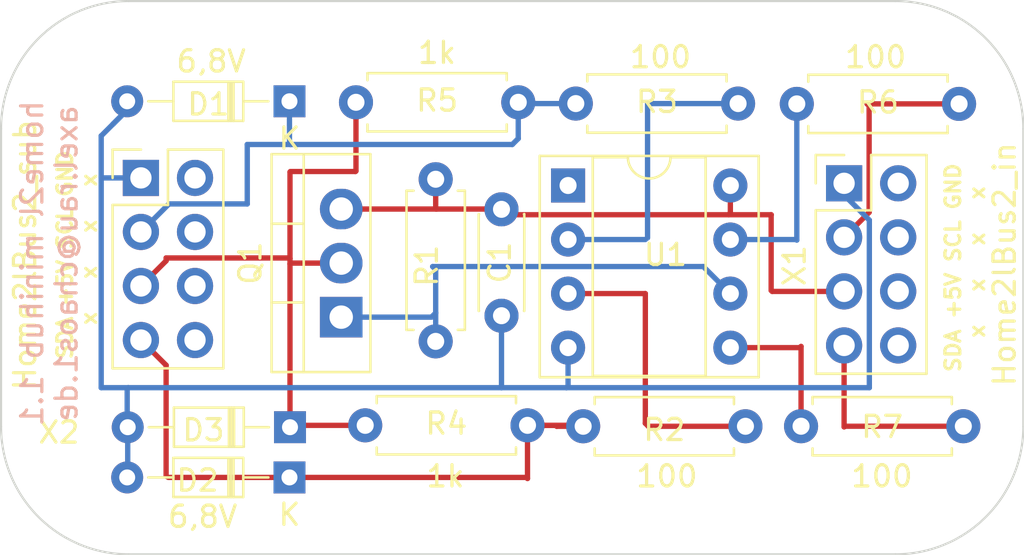
<source format=kicad_pcb>
(kicad_pcb (version 20240108) (generator "pcbnew") (generator_version "8.0")
  (title_block (title "home2l MiniHub") (date "2022-07-31") (rev "1.1") (company "axel.rau@chaos1.de") (comment 1 "Design based on https://github.com/gkiefer/home2l/tree/master/brownies/circuits") (comment 2 "The home2l Project: https://github.com/gkiefer/home2l") (comment 3 "This project: https://github.com/mc3/home2l") (comment 4 "Tiny Hub Board suited for Spelsberg connection box Q 4-L (33490401)"))
  (layers (0 "F.Cu" signal) (31 "B.Cu" signal) (34 "B.Paste" user) (35 "F.Paste" user) (36 "B.SilkS" user "B.Silkscreen") (37 "F.SilkS" user "F.Silkscreen") (38 "B.Mask" user) (39 "F.Mask" user) (44 "Edge.Cuts" user))
  (net 0 "")
  (net 1 "GND")
  (net 2 "/gpio0")
  (net 3 "/twi_ma_sda")
  (net 4 "/twi_ma_scl")
  (net 5 "/SDA")
  (net 6 "/SCL")
  (net 7 "+5V")
  (net 8 "/sn_scl")
  (net 9 "/sn_sda")
  (net 10 "/sn_vcc")
  (net 20 "Net-(X1-Pad2)")
  (net 21 "Net-(X1-Pad4)")
  (footprint "Resistor_THT:R_Axial_DIN0207_L6.3mm_D2.5mm_P7.62mm_Horizontal" (layer "F.Cu") (at 202.135 128.008)
    (property "Reference" "R4" (at 3.81 -0.084 0) (layer "F.SilkS"))
    (property "Value" "1k")
    (fp_line (start 0.54 -1.37) (end 7.08 -1.37) (stroke (width 0.12)) (layer "F.SilkS"))
    (fp_line (start 0.54 -1.04) (end 0.54 -1.37) (stroke (width 0.12)) (layer "F.SilkS"))
    (fp_line (start 0.54 1.04) (end 0.54 1.37) (stroke (width 0.12)) (layer "F.SilkS"))
    (fp_line (start 0.54 1.37) (end 7.08 1.37) (stroke (width 0.12)) (layer "F.SilkS"))
    (fp_line (start 7.08 -1.37) (end 7.08 -1.04) (stroke (width 0.12)) (layer "F.SilkS"))
    (fp_line (start 7.08 1.37) (end 7.08 1.04) (stroke (width 0.12)) (layer "F.SilkS"))
    (pad "1" thru_hole circle (at 0 0) (size 1.6 1.6) (drill 0.8) (layers "*.Cu" "*.Mask") (net 10 "/sn_vcc"))
    (pad "2" thru_hole oval (at 7.62 0) (size 1.6 1.6) (drill 0.8) (layers "*.Cu" "*.Mask") (net 9 "/sn_sda"))
  )
  (footprint "Diode_THT:D_DO-34_SOD68_P7.62mm_Horizontal" (layer "F.Cu") (at 198.603 128.096 180)
    (property "Reference" "D3" (at 4.064 -0.142 0) (layer "F.SilkS"))
    (property "Value" "6,8V")
    (fp_line (start 6.63 0) (end 5.45 0) (stroke (width 0.12)) (layer "F.SilkS"))
    (fp_line (start 5.45 0.92) (end 5.45 -0.92) (stroke (width 0.12)) (layer "F.SilkS"))
    (fp_line (start 5.45 -0.92) (end 2.17 -0.92) (stroke (width 0.12)) (layer "F.SilkS"))
    (fp_line (start 2.866 -0.92) (end 2.866 0.92) (stroke (width 0.12)) (layer "F.SilkS"))
    (fp_line (start 2.746 -0.92) (end 2.746 0.92) (stroke (width 0.12)) (layer "F.SilkS"))
    (fp_line (start 2.626 -0.92) (end 2.626 0.92) (stroke (width 0.12)) (layer "F.SilkS"))
    (fp_line (start 2.17 0.92) (end 5.45 0.92) (stroke (width 0.12)) (layer "F.SilkS"))
    (fp_line (start 2.17 -0.92) (end 2.17 0.92) (stroke (width 0.12)) (layer "F.SilkS"))
    (fp_line (start 0.99 0) (end 2.17 0) (stroke (width 0.12)) (layer "F.SilkS"))
    (pad "1" thru_hole rect (at 0 0 180) (size 1.5 1.5) (drill 0.75) (layers "*.Cu" "*.Mask") (net 10 "/sn_vcc"))
    (pad "2" thru_hole oval (at 7.62 0 180) (size 1.5 1.5) (drill 0.75) (layers "*.Cu" "*.Mask") (net 1 "GND"))
  )
  (footprint "Package_TO_SOT_THT:TO-220-3_Vertical" (layer "F.Cu") (at 201.008 122.923 90)
    (property "Reference" "Q1" (at 2.54 -4.27 90) (layer "F.SilkS"))
    (property "Value" "IRF5305")
    (fp_line (start 7.66 -3.27) (end 7.66 1.371) (stroke (width 0.12)) (layer "F.SilkS"))
    (fp_line (start 4.391 -3.27) (end 4.391 -1.76) (stroke (width 0.12)) (layer "F.SilkS"))
    (fp_line (start 0.69 -3.27) (end 0.69 -1.76) (stroke (width 0.12)) (layer "F.SilkS"))
    (fp_line (start -2.58 -3.27) (end 7.66 -3.27) (stroke (width 0.12)) (layer "F.SilkS"))
    (fp_line (start -2.58 -3.27) (end -2.58 1.371) (stroke (width 0.12)) (layer "F.SilkS"))
    (fp_line (start -2.58 -1.76) (end 7.66 -1.76) (stroke (width 0.12)) (layer "F.SilkS"))
    (fp_line (start -2.58 1.371) (end 7.66 1.371) (stroke (width 0.12)) (layer "F.SilkS"))
    (pad "1" thru_hole rect (at 0 0 90) (size 1.905 2) (drill 1.1) (layers "*.Cu" "*.Mask") (net 2 "/gpio0"))
    (pad "2" thru_hole oval (at 2.54 0 90) (size 1.905 2) (drill 1.1) (layers "*.Cu" "*.Mask") (net 10 "/sn_vcc"))
    (pad "3" thru_hole oval (at 5.08 0 90) (size 1.905 2) (drill 1.1) (layers "*.Cu" "*.Mask") (net 7 "+5V"))
  )
  (footprint "Package_DIP:DIP-8_W7.62mm_Socket" (layer "F.Cu") (at 211.66 116.736)
    (property "Reference" "U1" (at 4.572 3.258 0) (layer "F.SilkS"))
    (property "Value" "ATtiny85V-10PU")
    (fp_line (start -1.33 -1.39) (end -1.33 9.01) (stroke (width 0.12)) (layer "F.SilkS"))
    (fp_line (start -1.33 9.01) (end 8.95 9.01) (stroke (width 0.12)) (layer "F.SilkS"))
    (fp_line (start 1.16 -1.33) (end 1.16 8.95) (stroke (width 0.12)) (layer "F.SilkS"))
    (fp_line (start 1.16 8.95) (end 6.46 8.95) (stroke (width 0.12)) (layer "F.SilkS"))
    (fp_line (start 2.81 -1.33) (end 1.16 -1.33) (stroke (width 0.12)) (layer "F.SilkS"))
    (fp_line (start 6.46 -1.33) (end 4.81 -1.33) (stroke (width 0.12)) (layer "F.SilkS"))
    (fp_line (start 6.46 8.95) (end 6.46 -1.33) (stroke (width 0.12)) (layer "F.SilkS"))
    (fp_line (start 8.95 -1.39) (end -1.33 -1.39) (stroke (width 0.12)) (layer "F.SilkS"))
    (fp_line (start 8.95 9.01) (end 8.95 -1.39) (stroke (width 0.12)) (layer "F.SilkS"))
    (fp_arc (start 4.81 -1.33) (mid 3.81 -0.33) (end 2.81 -1.33) (stroke (width 0.12)) (layer "F.SilkS"))
    (pad "1" thru_hole rect (at 0 0) (size 1.6 1.6) (drill 0.8) (layers "*.Cu" "*.Mask"))
    (pad "2" thru_hole oval (at 0 2.54) (size 1.6 1.6) (drill 0.8) (layers "*.Cu" "*.Mask") (net 4 "/twi_ma_scl"))
    (pad "3" thru_hole oval (at 0 5.08) (size 1.6 1.6) (drill 0.8) (layers "*.Cu" "*.Mask") (net 3 "/twi_ma_sda"))
    (pad "4" thru_hole oval (at 0 7.62) (size 1.6 1.6) (drill 0.8) (layers "*.Cu" "*.Mask") (net 1 "GND"))
    (pad "5" thru_hole oval (at 7.62 7.62) (size 1.6 1.6) (drill 0.8) (layers "*.Cu" "*.Mask") (net 5 "/SDA"))
    (pad "6" thru_hole oval (at 7.62 5.08) (size 1.6 1.6) (drill 0.8) (layers "*.Cu" "*.Mask") (net 2 "/gpio0"))
    (pad "7" thru_hole oval (at 7.62 2.54) (size 1.6 1.6) (drill 0.8) (layers "*.Cu" "*.Mask") (net 6 "/SCL"))
    (pad "8" thru_hole oval (at 7.62 0) (size 1.6 1.6) (drill 0.8) (layers "*.Cu" "*.Mask") (net 7 "+5V"))
  )
  (footprint "Diode_THT:D_DO-34_SOD68_P7.62mm_Horizontal" (layer "F.Cu") (at 198.578 112.778 180)
    (property "Reference" "D1" (at 3.81 -0.142 0) (layer "F.SilkS"))
    (property "Value" "6,8V")
    (fp_line (start 6.63 0) (end 5.45 0) (stroke (width 0.12)) (layer "F.SilkS"))
    (fp_line (start 5.45 0.92) (end 5.45 -0.92) (stroke (width 0.12)) (layer "F.SilkS"))
    (fp_line (start 5.45 -0.92) (end 2.17 -0.92) (stroke (width 0.12)) (layer "F.SilkS"))
    (fp_line (start 2.866 -0.92) (end 2.866 0.92) (stroke (width 0.12)) (layer "F.SilkS"))
    (fp_line (start 2.746 -0.92) (end 2.746 0.92) (stroke (width 0.12)) (layer "F.SilkS"))
    (fp_line (start 2.626 -0.92) (end 2.626 0.92) (stroke (width 0.12)) (layer "F.SilkS"))
    (fp_line (start 2.17 0.92) (end 5.45 0.92) (stroke (width 0.12)) (layer "F.SilkS"))
    (fp_line (start 2.17 -0.92) (end 2.17 0.92) (stroke (width 0.12)) (layer "F.SilkS"))
    (fp_line (start 0.99 0) (end 2.17 0) (stroke (width 0.12)) (layer "F.SilkS"))
    (fp_text user "K" (at 0 -1.75 0) (layer "F.SilkS"))
    (pad "1" thru_hole rect (at 0 0 180) (size 1.5 1.5) (drill 0.75) (layers "*.Cu" "*.Mask") (net 8 "/sn_scl"))
    (pad "2" thru_hole oval (at 7.62 0 180) (size 1.5 1.5) (drill 0.75) (layers "*.Cu" "*.Mask") (net 1 "GND"))
  )
  (footprint "Resistor_THT:R_Axial_DIN0207_L6.3mm_D2.5mm_P7.62mm_Horizontal" (layer "F.Cu") (at 212.369 128.052)
    (property "Reference" "R2" (at 3.81 0.17 0) (layer "F.SilkS"))
    (property "Value" "100")
    (fp_line (start 0.54 -1.37) (end 7.08 -1.37) (stroke (width 0.12)) (layer "F.SilkS"))
    (fp_line (start 0.54 -1.04) (end 0.54 -1.37) (stroke (width 0.12)) (layer "F.SilkS"))
    (fp_line (start 0.54 1.04) (end 0.54 1.37) (stroke (width 0.12)) (layer "F.SilkS"))
    (fp_line (start 0.54 1.37) (end 7.08 1.37) (stroke (width 0.12)) (layer "F.SilkS"))
    (fp_line (start 7.08 -1.37) (end 7.08 -1.04) (stroke (width 0.12)) (layer "F.SilkS"))
    (fp_line (start 7.08 1.37) (end 7.08 1.04) (stroke (width 0.12)) (layer "F.SilkS"))
    (pad "1" thru_hole circle (at 0 0) (size 1.6 1.6) (drill 0.8) (layers "*.Cu" "*.Mask") (net 9 "/sn_sda"))
    (pad "2" thru_hole oval (at 7.62 0) (size 1.6 1.6) (drill 0.8) (layers "*.Cu" "*.Mask") (net 3 "/twi_ma_sda"))
  )
  (footprint "Resistor_THT:R_Axial_DIN0207_L6.3mm_D2.5mm_P7.62mm_Horizontal" (layer "F.Cu") (at 222.4 112.9)
    (property "Reference" "R6" (at 3.81 -0.07 0) (layer "F.SilkS"))
    (property "Value" "100")
    (fp_line (start 0.54 -1.37) (end 7.08 -1.37) (stroke (width 0.12)) (layer "F.SilkS"))
    (fp_line (start 0.54 -1.04) (end 0.54 -1.37) (stroke (width 0.12)) (layer "F.SilkS"))
    (fp_line (start 0.54 1.04) (end 0.54 1.37) (stroke (width 0.12)) (layer "F.SilkS"))
    (fp_line (start 0.54 1.37) (end 7.08 1.37) (stroke (width 0.12)) (layer "F.SilkS"))
    (fp_line (start 7.08 -1.37) (end 7.08 -1.04) (stroke (width 0.12)) (layer "F.SilkS"))
    (fp_line (start 7.08 1.37) (end 7.08 1.04) (stroke (width 0.12)) (layer "F.SilkS"))
    (pad "1" thru_hole circle (at 0 0) (size 1.6 1.6) (drill 0.8) (layers "*.Cu" "*.Mask") (net 6 "/SCL"))
    (pad "2" thru_hole oval (at 7.62 0) (size 1.6 1.6) (drill 0.8) (layers "*.Cu" "*.Mask") (net 20 "Net-(X1-Pad2)"))
  )
  (footprint "Resistor_THT:R_Axial_DIN0207_L6.3mm_D2.5mm_P7.62mm_Horizontal" (layer "F.Cu") (at 205.444 116.442 -90)
    (property "Reference" "R1" (at 4.064 0.424 90) (layer "F.SilkS"))
    (property "Value" "47k")
    (fp_line (start 0.54 1.37) (end 7.08 1.37) (stroke (width 0.12)) (layer "F.SilkS"))
    (fp_line (start 7.08 1.37) (end 7.08 1.04) (stroke (width 0.12)) (layer "F.SilkS"))
    (fp_line (start 0.54 1.04) (end 0.54 1.37) (stroke (width 0.12)) (layer "F.SilkS"))
    (fp_line (start 0.54 -1.04) (end 0.54 -1.37) (stroke (width 0.12)) (layer "F.SilkS"))
    (fp_line (start 0.54 -1.37) (end 7.08 -1.37) (stroke (width 0.12)) (layer "F.SilkS"))
    (fp_line (start 7.08 -1.37) (end 7.08 -1.04) (stroke (width 0.12)) (layer "F.SilkS"))
    (pad "1" thru_hole circle (at 0 0 270) (size 1.6 1.6) (drill 0.8) (layers "*.Cu" "*.Mask") (net 7 "+5V"))
    (pad "2" thru_hole oval (at 7.62 0 270) (size 1.6 1.6) (drill 0.8) (layers "*.Cu" "*.Mask") (net 2 "/gpio0"))
  )
  (footprint "Resistor_THT:R_Axial_DIN0207_L6.3mm_D2.5mm_P7.62mm_Horizontal" (layer "F.Cu") (at 212.023 112.886)
    (property "Reference" "R3" (at 3.81 -0.084 0) (layer "F.SilkS"))
    (property "Value" "100")
    (fp_line (start 0.54 -1.37) (end 7.08 -1.37) (stroke (width 0.12)) (layer "F.SilkS"))
    (fp_line (start 0.54 -1.04) (end 0.54 -1.37) (stroke (width 0.12)) (layer "F.SilkS"))
    (fp_line (start 0.54 1.04) (end 0.54 1.37) (stroke (width 0.12)) (layer "F.SilkS"))
    (fp_line (start 0.54 1.37) (end 7.08 1.37) (stroke (width 0.12)) (layer "F.SilkS"))
    (fp_line (start 7.08 -1.37) (end 7.08 -1.04) (stroke (width 0.12)) (layer "F.SilkS"))
    (fp_line (start 7.08 1.37) (end 7.08 1.04) (stroke (width 0.12)) (layer "F.SilkS"))
    (pad "1" thru_hole circle (at 0 0) (size 1.6 1.6) (drill 0.8) (layers "*.Cu" "*.Mask") (net 8 "/sn_scl"))
    (pad "2" thru_hole oval (at 7.62 0) (size 1.6 1.6) (drill 0.8) (layers "*.Cu" "*.Mask") (net 4 "/twi_ma_scl"))
  )
  (footprint "Library:PinSocket_Home2lBus2_sub" (layer "F.Cu") (at 194.103 116.379)
    (property "Reference" "X2" (at -6.35 11.962 0) (layer "F.SilkS"))
    (property "Value" "Home2lBus2_sub" (at -7.942 3.632 -90) (layer "F.SilkS"))
    (fp_line (start -3.83 -1.33) (end -3.83 0) (stroke (width 0.12)) (layer "F.SilkS"))
    (fp_line (start -3.83 1.27) (end -3.83 8.95) (stroke (width 0.12)) (layer "F.SilkS"))
    (fp_line (start -2.5 -1.33) (end -3.83 -1.33) (stroke (width 0.12)) (layer "F.SilkS"))
    (fp_line (start -1.23 -1.33) (end -1.23 1.27) (stroke (width 0.12)) (layer "F.SilkS"))
    (fp_line (start -1.23 1.27) (end -3.83 1.27) (stroke (width 0.12)) (layer "F.SilkS"))
    (fp_line (start 1.37 -1.33) (end -1.23 -1.33) (stroke (width 0.12)) (layer "F.SilkS"))
    (fp_line (start 1.37 -1.33) (end 1.37 8.95) (stroke (width 0.12)) (layer "F.SilkS"))
    (fp_line (start 1.37 8.95) (end -3.83 8.95) (stroke (width 0.12)) (layer "F.SilkS"))
    (pad "1" thru_hole rect (at -2.5 0) (size 1.7 1.7) (drill 1) (layers "*.Cu" "*.Mask") (net 1 "GND"))
    (pad "2" thru_hole oval (at -2.5 2.54) (size 1.7 1.7) (drill 1) (layers "*.Cu" "*.Mask") (net 8 "/sn_scl"))
    (pad "3" thru_hole oval (at -2.5 5.08) (size 1.7 1.7) (drill 1) (layers "*.Cu" "*.Mask") (net 10 "/sn_vcc"))
    (pad "4" thru_hole oval (at -2.5 7.62) (size 1.7 1.7) (drill 1) (layers "*.Cu" "*.Mask") (net 9 "/sn_sda"))
    (pad "5" thru_hole oval (at 0.04 7.62) (size 1.7 1.7) (drill 1) (layers "*.Cu" "*.Mask"))
    (pad "6" thru_hole oval (at 0.04 5.08) (size 1.7 1.7) (drill 1) (layers "*.Cu" "*.Mask"))
    (pad "7" thru_hole oval (at 0.04 2.54) (size 1.7 1.7) (drill 1) (layers "*.Cu" "*.Mask"))
    (pad "8" thru_hole oval (at 0.04 0) (size 1.7 1.7) (drill 1) (layers "*.Cu" "*.Mask"))
  )
  (footprint "Diode_THT:D_DO-34_SOD68_P7.62mm_Horizontal" (layer "F.Cu") (at 198.578 130.456 180)
    (property "Reference" "D2" (at 4.318 -0.142 0) (layer "F.SilkS"))
    (property "Value" "6,8V")
    (fp_line (start 6.63 0) (end 5.45 0) (stroke (width 0.12)) (layer "F.SilkS"))
    (fp_line (start 5.45 0.92) (end 5.45 -0.92) (stroke (width 0.12)) (layer "F.SilkS"))
    (fp_line (start 5.45 -0.92) (end 2.17 -0.92) (stroke (width 0.12)) (layer "F.SilkS"))
    (fp_line (start 2.866 -0.92) (end 2.866 0.92) (stroke (width 0.12)) (layer "F.SilkS"))
    (fp_line (start 2.746 -0.92) (end 2.746 0.92) (stroke (width 0.12)) (layer "F.SilkS"))
    (fp_line (start 2.626 -0.92) (end 2.626 0.92) (stroke (width 0.12)) (layer "F.SilkS"))
    (fp_line (start 2.17 0.92) (end 5.45 0.92) (stroke (width 0.12)) (layer "F.SilkS"))
    (fp_line (start 2.17 -0.92) (end 2.17 0.92) (stroke (width 0.12)) (layer "F.SilkS"))
    (fp_line (start 0.99 0) (end 2.17 0) (stroke (width 0.12)) (layer "F.SilkS"))
    (fp_text user "K" (at 0 -1.75 0) (layer "F.SilkS"))
    (pad "1" thru_hole rect (at 0 0 180) (size 1.5 1.5) (drill 0.75) (layers "*.Cu" "*.Mask") (net 9 "/sn_sda"))
    (pad "2" thru_hole oval (at 7.62 0 180) (size 1.5 1.5) (drill 0.75) (layers "*.Cu" "*.Mask") (net 1 "GND"))
  )
  (footprint "Resistor_THT:R_Axial_DIN0207_L6.3mm_D2.5mm_P7.62mm_Horizontal" (layer "F.Cu") (at 222.6 128.05)
    (property "Reference" "R7" (at 3.81 0.03 0) (layer "F.SilkS"))
    (property "Value" "100")
    (fp_line (start 0.54 -1.37) (end 7.08 -1.37) (stroke (width 0.12)) (layer "F.SilkS"))
    (fp_line (start 0.54 -1.04) (end 0.54 -1.37) (stroke (width 0.12)) (layer "F.SilkS"))
    (fp_line (start 0.54 1.04) (end 0.54 1.37) (stroke (width 0.12)) (layer "F.SilkS"))
    (fp_line (start 0.54 1.37) (end 7.08 1.37) (stroke (width 0.12)) (layer "F.SilkS"))
    (fp_line (start 7.08 -1.37) (end 7.08 -1.04) (stroke (width 0.12)) (layer "F.SilkS"))
    (fp_line (start 7.08 1.37) (end 7.08 1.04) (stroke (width 0.12)) (layer "F.SilkS"))
    (pad "1" thru_hole circle (at 0 0) (size 1.6 1.6) (drill 0.8) (layers "*.Cu" "*.Mask") (net 5 "/SDA"))
    (pad "2" thru_hole oval (at 7.62 0) (size 1.6 1.6) (drill 0.8) (layers "*.Cu" "*.Mask") (net 21 "Net-(X1-Pad4)"))
  )
  (footprint "Capacitor_THT:C_Disc_D4.3mm_W1.9mm_P5.00mm" (layer "F.Cu") (at 208.534 117.856 -90)
    (property "Reference" "C1" (at 2.5 0.086 90) (layer "F.SilkS"))
    (property "Value" "100nF")
    (fp_line (start 0.23 1.07) (end 4.77 1.07) (stroke (width 0.12)) (layer "F.SilkS"))
    (fp_line (start 0.23 1.055) (end 0.23 1.07) (stroke (width 0.12)) (layer "F.SilkS"))
    (fp_line (start 4.77 1.055) (end 4.77 1.07) (stroke (width 0.12)) (layer "F.SilkS"))
    (fp_line (start 0.23 -1.07) (end 0.23 -1.055) (stroke (width 0.12)) (layer "F.SilkS"))
    (fp_line (start 0.23 -1.07) (end 4.77 -1.07) (stroke (width 0.12)) (layer "F.SilkS"))
    (fp_line (start 4.77 -1.07) (end 4.77 -1.055) (stroke (width 0.12)) (layer "F.SilkS"))
    (pad "1" thru_hole circle (at 0 0 270) (size 1.6 1.6) (drill 0.8) (layers "*.Cu" "*.Mask") (net 7 "+5V"))
    (pad "2" thru_hole circle (at 5 0 270) (size 1.6 1.6) (drill 0.8) (layers "*.Cu" "*.Mask") (net 1 "GND"))
  )
  (footprint "Library:PinHeader_Home2lBus2_in" (layer "F.Cu") (at 224.621 116.633)
    (property "Reference" "X1" (at -2.33 3.87 90) (layer "F.SilkS"))
    (property "Value" "Home2lBus2_in" (at 7.534 3.808 90) (layer "F.SilkS"))
    (fp_line (start -1.33 -1.33) (end 0 -1.33) (stroke (width 0.12)) (layer "F.SilkS"))
    (fp_line (start -1.33 0) (end -1.33 -1.33) (stroke (width 0.12)) (layer "F.SilkS"))
    (fp_line (start -1.33 1.27) (end -1.33 8.95) (stroke (width 0.12)) (layer "F.SilkS"))
    (fp_line (start -1.33 1.27) (end 1.27 1.27) (stroke (width 0.12)) (layer "F.SilkS"))
    (fp_line (start -1.33 8.95) (end 3.87 8.95) (stroke (width 0.12)) (layer "F.SilkS"))
    (fp_line (start 1.27 -1.33) (end 3.87 -1.33) (stroke (width 0.12)) (layer "F.SilkS"))
    (fp_line (start 1.27 1.27) (end 1.27 -1.33) (stroke (width 0.12)) (layer "F.SilkS"))
    (fp_line (start 3.87 -1.33) (end 3.87 8.95) (stroke (width 0.12)) (layer "F.SilkS"))
    (pad "1" thru_hole rect (at 0 0) (size 1.7 1.7) (drill 1) (layers "*.Cu" "*.Mask") (net 1 "GND"))
    (pad "2" thru_hole oval (at 0 2.54) (size 1.7 1.7) (drill 1) (layers "*.Cu" "*.Mask") (net 20 "Net-(X1-Pad2)"))
    (pad "3" thru_hole oval (at 0 5.08) (size 1.7 1.7) (drill 1) (layers "*.Cu" "*.Mask") (net 7 "+5V"))
    (pad "4" thru_hole oval (at 0 7.62) (size 1.7 1.7) (drill 1) (layers "*.Cu" "*.Mask") (net 21 "Net-(X1-Pad4)"))
    (pad "5" thru_hole oval (at 2.54 7.62) (size 1.7 1.7) (drill 1) (layers "*.Cu" "*.Mask"))
    (pad "6" thru_hole oval (at 2.54 5.08) (size 1.7 1.7) (drill 1) (layers "*.Cu" "*.Mask"))
    (pad "7" thru_hole oval (at 2.54 2.54) (size 1.7 1.7) (drill 1) (layers "*.Cu" "*.Mask"))
    (pad "8" thru_hole oval (at 2.54 0) (size 1.7 1.7) (drill 1) (layers "*.Cu" "*.Mask"))
  )
  (footprint "Resistor_THT:R_Axial_DIN0207_L6.3mm_D2.5mm_P7.62mm_Horizontal" (layer "F.Cu") (at 201.701 112.826)
    (property "Reference" "R5" (at 3.81 -0.084 0) (layer "F.SilkS"))
    (property "Value" "1k")
    (fp_line (start 0.54 -1.37) (end 7.08 -1.37) (stroke (width 0.12)) (layer "F.SilkS"))
    (fp_line (start 0.54 -1.04) (end 0.54 -1.37) (stroke (width 0.12)) (layer "F.SilkS"))
    (fp_line (start 0.54 1.04) (end 0.54 1.37) (stroke (width 0.12)) (layer "F.SilkS"))
    (fp_line (start 0.54 1.37) (end 7.08 1.37) (stroke (width 0.12)) (layer "F.SilkS"))
    (fp_line (start 7.08 -1.37) (end 7.08 -1.04) (stroke (width 0.12)) (layer "F.SilkS"))
    (fp_line (start 7.08 1.37) (end 7.08 1.04) (stroke (width 0.12)) (layer "F.SilkS"))
    (pad "1" thru_hole circle (at 0 0) (size 1.6 1.6) (drill 0.8) (layers "*.Cu" "*.Mask") (net 10 "/sn_vcc"))
    (pad "2" thru_hole oval (at 7.62 0) (size 1.6 1.6) (drill 0.8) (layers "*.Cu" "*.Mask") (net 8 "/sn_scl"))
  )
  (gr_arc (start 233.036 128.068) (mid 231.278641 132.310641) (end 227.036 134.068) (stroke (width 0.1)) (layer "Edge.Cuts"))
  (gr_line (start 227.036 134.068) (end 191.036 134.068) (stroke (width 0.1)) (layer "Edge.Cuts"))
  (gr_arc (start 185.036 114.068) (mid 186.793359 109.825359) (end 191.036 108.068) (stroke (width 0.1)) (layer "Edge.Cuts"))
  (gr_line (start 191.036 108.068) (end 227.036 108.068) (stroke (width 0.1)) (layer "Edge.Cuts"))
  (gr_line (start 185.036 128.068) (end 185.036 114.068) (stroke (width 0.1)) (layer "Edge.Cuts"))
  (gr_arc (start 227.036 108.068) (mid 231.278641 109.825359) (end 233.036 114.068) (stroke (width 0.1)) (layer "Edge.Cuts"))
  (gr_arc (start 191.036 134.068) (mid 186.793359 132.310641) (end 185.036 128.068) (stroke (width 0.1)) (layer "Edge.Cuts"))
  (gr_line (start 233.036 114.068) (end 233.036 128.068) (stroke (width 0.1)) (layer "Edge.Cuts"))
  (gr_text "home2l minihub 1.1\naxel.rau@chaos1.de" (at 187.3 120.4 90) (layer "B.SilkS") (effects (font (size 1 1)) (justify mirror)))
  (gr_text "6,8V" (at 194.9 110.9 0) (layer "F.SilkS") (effects (font (size 1 1))))
  (gr_text "100" (at 226.1 110.7 0) (layer "F.SilkS") (effects (font (size 1 1))))
  (gr_text "6,8V" (at 194.5 132.3 0) (layer "F.SilkS") (effects (font (size 1 1))))
  (gr_text "SDA +5V SCL GND\n x   x   x   x" (at 188.6 120 90) (layer "F.SilkS") (effects (font (size 0.7 0.7))))
  (gr_text "SDA +5V SCL GND\n x   x   x   x" (at 230.3 120.6 90) (layer "F.SilkS") (effects (font (size 0.7 0.7))))
  (gr_text "100" (at 216 110.7 0) (layer "F.SilkS") (effects (font (size 1 1))))
  (gr_text "1k" (at 205.9 130.4 0) (layer "F.SilkS") (effects (font (size 1 1))))
  (gr_text "100" (at 216.3 130.4 0) (layer "F.SilkS") (effects (font (size 1 1))))
  (gr_text "100" (at 226.4 130.4 0) (layer "F.SilkS") (effects (font (size 1 1))))
  (gr_text "1k" (at 205.5 110.5 0) (layer "F.SilkS") (effects (font (size 1 1))))
  (segment (start 190.958 126.288) (end 190.958 127.764) (width 0.25) (layer "B.Cu") (net 1))
  (segment (start 190.983 127.789) (end 190.983 130.431) (width 0.25) (layer "B.Cu") (net 1))
  (segment (start 191.603 116.379) (end 189.785 116.379) (width 0.25) (layer "B.Cu") (net 1))
  (segment (start 191.008 126.238) (end 189.738 126.238) (width 0.25) (layer "B.Cu") (net 1))
  (segment (start 211.66 126.16) (end 211.582 126.238) (width 0.25) (layer "B.Cu") (net 1))
  (segment (start 189.785 116.379) (end 189.738 116.332) (width 0.25) (layer "B.Cu") (net 1))
  (segment (start 225.806 118.364) (end 225.806 126.238) (width 0.25) (layer "B.Cu") (net 1))
  (segment (start 224.621 117.179) (end 225.806 118.364) (width 0.25) (layer "B.Cu") (net 1))
  (segment (start 190.298 113.844) (end 191.212 112.93) (width 0.25) (layer "B.Cu") (net 1))
  (segment (start 211.66 124.356) (end 211.66 126.16) (width 0.25) (layer "B.Cu") (net 1))
  (segment (start 190.298 113.844) (end 190.958 113.184) (width 0.25) (layer "B.Cu") (net 1))
  (segment (start 211.582 126.238) (end 208.534 126.238) (width 0.25) (layer "B.Cu") (net 1))
  (segment (start 208.534 126.238) (end 191.008 126.238) (width 0.25) (layer "B.Cu") (net 1))
  (segment (start 189.738 114.404) (end 190.298 113.844) (width 0.25) (layer "B.Cu") (net 1))
  (segment (start 208.534 122.856) (end 208.534 126.238) (width 0.25) (layer "B.Cu") (net 1))
  (segment (start 191.008 126.238) (end 190.958 126.288) (width 0.25) (layer "B.Cu") (net 1))
  (segment (start 225.806 126.238) (end 211.582 126.238) (width 0.25) (layer "B.Cu") (net 1))
  (segment (start 189.738 116.332) (end 189.738 114.404) (width 0.25) (layer "B.Cu") (net 1))
  (segment (start 189.738 126.238) (end 189.738 116.332) (width 0.25) (layer "B.Cu") (net 1))
  (segment (start 218.009951 120.545951) (end 219.28 121.816) (width 0.25) (layer "B.Cu") (net 2))
  (segment (start 205.444 122.724) (end 205.444 124.062) (width 0.25) (layer "B.Cu") (net 2))
  (segment (start 201.008 122.923) (end 205.245 122.923) (width 0.25) (layer "B.Cu") (net 2))
  (segment (start 205.444 122.724) (end 205.444 120.68756) (width 0.25) (layer "B.Cu") (net 2))
  (segment (start 205.444 120.68756) (end 205.302391 120.545951) (width 0.25) (layer "B.Cu") (net 2))
  (segment (start 205.245 122.923) (end 205.444 122.724) (width 0.25) (layer "B.Cu") (net 2))
  (segment (start 205.302391 120.545951) (end 218.009951 120.545951) (width 0.25) (layer "B.Cu") (net 2))
  (segment (start 211.66 121.816) (end 215.288 121.816) (width 0.25) (layer "F.Cu") (net 3))
  (segment (start 215.288 121.816) (end 215.288 127.912) (width 0.25) (layer "F.Cu") (net 3))
  (segment (start 215.428 128.052) (end 219.989 128.052) (width 0.25) (layer "F.Cu") (net 3))
  (segment (start 215.288 127.912) (end 215.428 128.052) (width 0.25) (layer "F.Cu") (net 3))
  (segment (start 211.66 119.276) (end 215.288 119.276) (width 0.25) (layer "B.Cu") (net 4))
  (segment (start 215.502 112.886) (end 219.643 112.886) (width 0.25) (layer "B.Cu") (net 4))
  (segment (start 215.392 119.2) (end 215.392 112.9) (width 0.25) (layer "B.Cu") (net 4))
  (segment (start 219.28 124.356) (end 222.544 124.356) (width 0.25) (layer "F.Cu") (net 5))
  (segment (start 222.544 124.356) (end 222.6 124.3) (width 0.25) (layer "F.Cu") (net 5))
  (segment (start 222.6 124.3) (end 222.6 128.05) (width 0.25) (layer "F.Cu") (net 5))
  (segment (start 222.4 112.9) (end 222.4 119.3) (width 0.25) (layer "B.Cu") (net 6))
  (segment (start 222.376 119.276) (end 219.28 119.276) (width 0.25) (layer "B.Cu") (net 6))
  (segment (start 222.4 119.3) (end 222.376 119.276) (width 0.25) (layer "B.Cu") (net 6))
  (segment (start 219.28 116.736) (end 219.28 118.032) (width 0.25) (layer "F.Cu") (net 7))
  (segment (start 205.473 117.843) (end 208.521 117.843) (width 0.25) (layer "F.Cu") (net 7))
  (segment (start 221.243 121.713) (end 221.196 121.666) (width 0.25) (layer "F.Cu") (net 7))
  (segment (start 219.28 118.032) (end 219.202 118.11) (width 0.25) (layer "F.Cu") (net 7))
  (segment (start 221.196 121.666) (end 221.196 118.11) (width 0.25) (layer "F.Cu") (net 7))
  (segment (start 219.202 118.11) (end 221.2 118.11) (width 0.25) (layer "F.Cu") (net 7))
  (segment (start 224.621 121.713) (end 221.243 121.713) (width 0.25) (layer "F.Cu") (net 7))
  (segment (start 201.008 117.843) (end 205.473 117.843) (width 0.25) (layer "F.Cu") (net 7))
  (segment (start 205.444 116.442) (end 205.444 117.814) (width 0.25) (layer "F.Cu") (net 7))
  (segment (start 205.444 117.814) (end 205.473 117.843) (width 0.25) (layer "F.Cu") (net 7))
  (segment (start 208.788 118.11) (end 219.202 118.11) (width 0.25) (layer "F.Cu") (net 7))
  (segment (start 212.023 112.886) (end 209.381 112.886) (width 0.25) (layer "B.Cu") (net 8))
  (segment (start 196.596 114.808) (end 196.596 117.602) (width 0.25) (layer "B.Cu") (net 8))
  (segment (start 198.628 114.808) (end 196.596 114.808) (width 0.25) (layer "B.Cu") (net 8))
  (segment (start 209.321 114.529) (end 209.042 114.808) (width 0.25) (layer "B.Cu") (net 8))
  (segment (start 198.578 114.758) (end 198.628 114.808) (width 0.25) (layer "B.Cu") (net 8))
  (segment (start 196.596 117.602) (end 192.92 117.602) (width 0.25) (layer "B.Cu") (net 8))
  (segment (start 198.578 112.778) (end 198.578 114.758) (width 0.25) (layer "B.Cu") (net 8))
  (segment (start 209.321 112.826) (end 209.321 114.529) (width 0.25) (layer "B.Cu") (net 8))
  (segment (start 209.042 114.808) (end 198.628 114.808) (width 0.25) (layer "B.Cu") (net 8))
  (segment (start 192.92 117.602) (end 191.603 118.919) (width 0.25) (layer "B.Cu") (net 8))
  (segment (start 191.603 123.999) (end 192.786 125.182) (width 0.25) (layer "F.Cu") (net 9))
  (segment (start 209.755 128.008) (end 212.325 128.008) (width 0.25) (layer "F.Cu") (net 9))
  (segment (start 198.578 130.456) (end 209.704 130.456) (width 0.25) (layer "F.Cu") (net 9))
  (segment (start 209.704 130.456) (end 209.755 130.507) (width 0.25) (layer "F.Cu") (net 9))
  (segment (start 192.786 125.182) (end 192.786 130.4) (width 0.25) (layer "F.Cu") (net 9))
  (segment (start 211.082 128.008) (end 211.126 128.052) (width 0.25) (layer "F.Cu") (net 9))
  (segment (start 209.755 130.507) (end 209.755 128.262) (width 0.25) (layer "F.Cu") (net 9))
  (segment (start 192.886 130.456) (end 198.578 130.456) (width 0.25) (layer "F.Cu") (net 9))
  (segment (start 211.082 128.008) (end 212.325 128.008) (width 0.25) (layer "F.Cu") (net 9))
  (segment (start 211.126 128.052) (end 212.369 128.052) (width 0.25) (layer "F.Cu") (net 9))
  (segment (start 209.755 128.008) (end 211.082 128.008) (width 0.25) (layer "F.Cu") (net 9))
  (segment (start 198.603 128.096) (end 198.603 120.421) (width 0.25) (layer "F.Cu") (net 10))
  (segment (start 198.603 116.103) (end 198.628 116.078) (width 0.25) (layer "F.Cu") (net 10))
  (segment (start 201.008 120.383) (end 198.641 120.383) (width 0.25) (layer "F.Cu") (net 10))
  (segment (start 198.603 120.421) (end 198.603 120.167) (width 0.25) (layer "F.Cu") (net 10))
  (segment (start 201.676 116.078) (end 201.701 116.053) (width 0.25) (layer "F.Cu") (net 10))
  (segment (start 202.135 128.008) (end 198.691 128.008) (width 0.25) (layer "F.Cu") (net 10))
  (segment (start 201.701 116.053) (end 201.701 112.826) (width 0.25) (layer "F.Cu") (net 10))
  (segment (start 191.603 121.459) (end 192.786 120.276) (width 0.25) (layer "F.Cu") (net 10))
  (segment (start 192.786 120.276) (end 192.786 120.142) (width 0.25) (layer "F.Cu") (net 10))
  (segment (start 198.641 120.383) (end 198.603 120.421) (width 0.25) (layer "F.Cu") (net 10))
  (segment (start 198.578 120.142) (end 198.603 120.167) (width 0.25) (layer "F.Cu") (net 10))
  (segment (start 192.786 120.142) (end 198.578 120.142) (width 0.25) (layer "F.Cu") (net 10))
  (segment (start 198.603 120.167) (end 198.603 116.103) (width 0.25) (layer "F.Cu") (net 10))
  (segment (start 198.628 116.078) (end 201.676 116.078) (width 0.25) (layer "F.Cu") (net 10))
  (segment (start 224.621 119.173) (end 225.796 117.998) (width 0.25) (layer "F.Cu") (net 20))
  (segment (start 225.796 117.998) (end 225.796 112.996) (width 0.25) (layer "F.Cu") (net 20))
  (segment (start 225.796 112.996) (end 225.7 112.9) (width 0.25) (layer "F.Cu") (net 20))
  (segment (start 225.7 112.9) (end 230.02 112.9) (width 0.25) (layer "F.Cu") (net 20))
  (segment (start 230.22 128.05) (end 224.65 128.05) (width 0.25) (layer "F.Cu") (net 21))
  (segment (start 224.65 128.05) (end 224.621 128.079) (width 0.25) (layer "F.Cu") (net 21))
  (segment (start 224.621 128.079) (end 224.621 124.253) (width 0.25) (layer "F.Cu") (net 21))
)
</source>
